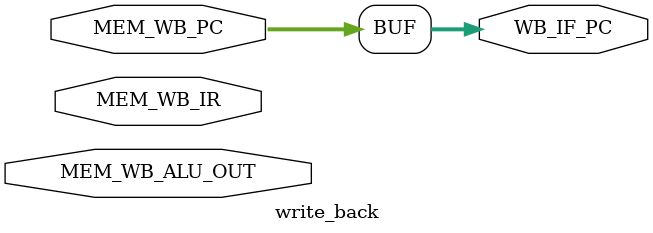
<source format=v>
`timescale 1ns / 1ps
module write_back (
    MEM_WB_PC,
    MEM_WB_IR,
    MEM_WB_ALU_OUT,
    WB_IF_PC
);
 parameter R_TYPE = 7'b0110011, I_TYPE = 7'b0010011;
    input [31:0] MEM_WB_PC;
    input [31:0] MEM_WB_IR;
    input [31:0] MEM_WB_ALU_OUT;
    output [31:0] WB_IF_PC;
    assign WB_IF_PC = MEM_WB_PC;
    reg WR_EN;

    reg_file reg_file2(
    .WE(WR_EN),
    .WR1(MEM_WB_ALU_OUT),
    .RE(0),
    .RW_addr(MEM_WB_IR[11:7])
);
always @(*) begin
    case (MEM_WB_IR[6:0])
        R_TYPE,I_TYPE: WR_EN <=1;
        default: WR_EN <= 0;
    endcase

   end
endmodule
</source>
